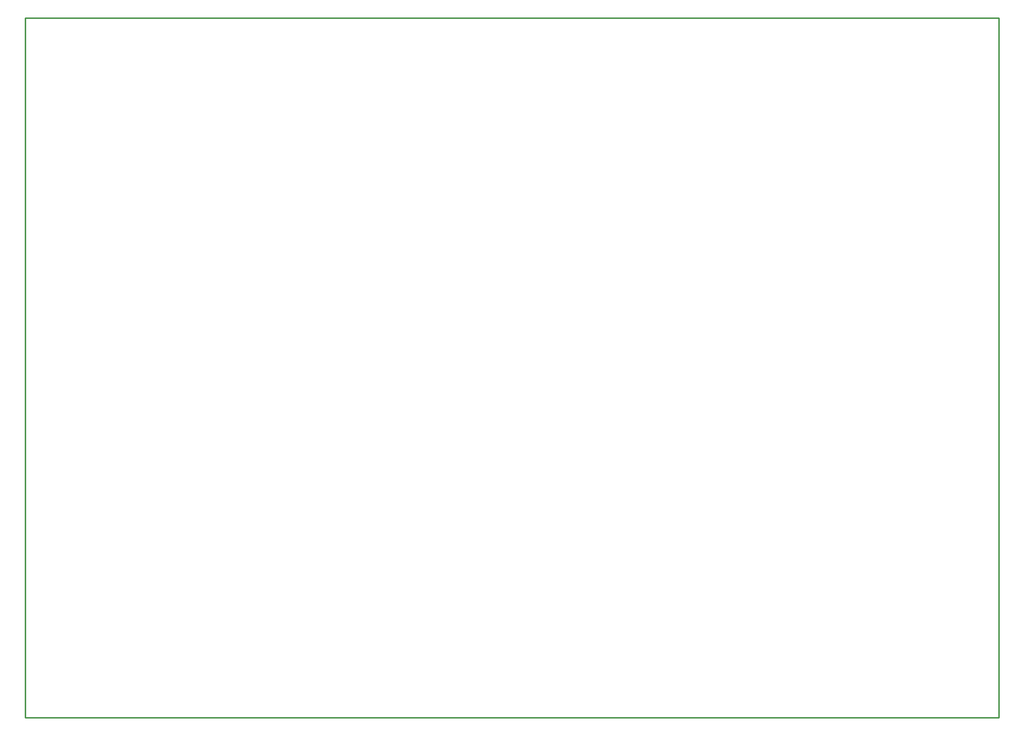
<source format=gm1>
G04*
G04 #@! TF.GenerationSoftware,Altium Limited,Altium Designer,18.1.7 (191)*
G04*
G04 Layer_Color=16711935*
%FSLAX25Y25*%
%MOIN*%
G70*
G01*
G75*
%ADD12C,0.01000*%
D12*
X67500Y265000D02*
X69000D01*
X67500D02*
Y743500D01*
Y746000D01*
X69000Y265000D02*
X737000D01*
Y746000D01*
X67500D02*
X737000D01*
M02*

</source>
